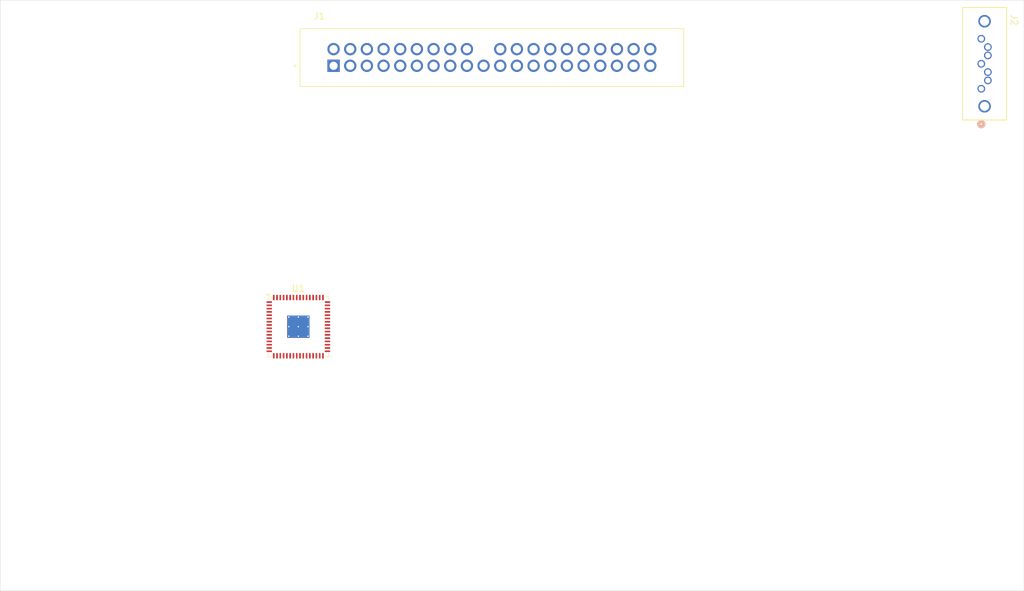
<source format=kicad_pcb>
(kicad_pcb (version 20240108) (generator "pcbnew") (generator_version "8.0")
  (layers (0 "F.Cu" signal) (1 "In1.Cu" signal) (2 "In2.Cu" signal) (31 "B.Cu" signal) (34 "B.Paste" user) (35 "F.Paste" user) (36 "B.SilkS" user "B.Silkscreen") (37 "F.SilkS" user "F.Silkscreen") (38 "B.Mask" user) (39 "F.Mask" user) (44 "Edge.Cuts" user))
  (net 0 "")
  (footprint "xbox2sata:WURTH-ELEKTRONIK_61203921621" (layer "F.Cu") (at 163.43 72.23)
    (property "Reference" "J1" (at -26.305 -6.31 0) (layer "F.SilkS"))
    (property "Value" "61203921621")
    (fp_line (start -29.23 -4.425) (end 29.23 -4.425) (stroke (width 0.127)) (layer "F.SilkS"))
    (fp_line (start -29.23 4.425) (end -29.23 -4.425) (stroke (width 0.127)) (layer "F.SilkS"))
    (fp_line (start 29.23 -4.425) (end 29.23 4.425) (stroke (width 0.127)) (layer "F.SilkS"))
    (fp_line (start 29.23 4.425) (end -29.23 4.425) (stroke (width 0.127)) (layer "F.SilkS"))
    (fp_circle (center -29.98 1.27) (end -29.88 1.27) (stroke (width 0.2)) (fill none) (layer "F.SilkS"))
    (pad "1" thru_hole rect (at -24.13 1.27) (size 1.875 1.875) (drill 1.25) (layers "*.Cu" "*.Mask"))
    (pad "2" thru_hole circle (at -24.13 -1.27) (size 1.875 1.875) (drill 1.25) (layers "*.Cu" "*.Mask"))
    (pad "3" thru_hole circle (at -21.59 1.27) (size 1.875 1.875) (drill 1.25) (layers "*.Cu" "*.Mask"))
    (pad "4" thru_hole circle (at -21.59 -1.27) (size 1.875 1.875) (drill 1.25) (layers "*.Cu" "*.Mask"))
    (pad "5" thru_hole circle (at -19.05 1.27) (size 1.875 1.875) (drill 1.25) (layers "*.Cu" "*.Mask"))
    (pad "6" thru_hole circle (at -19.05 -1.27) (size 1.875 1.875) (drill 1.25) (layers "*.Cu" "*.Mask"))
    (pad "7" thru_hole circle (at -16.51 1.27) (size 1.875 1.875) (drill 1.25) (layers "*.Cu" "*.Mask"))
    (pad "8" thru_hole circle (at -16.51 -1.27) (size 1.875 1.875) (drill 1.25) (layers "*.Cu" "*.Mask"))
    (pad "9" thru_hole circle (at -13.97 1.27) (size 1.875 1.875) (drill 1.25) (layers "*.Cu" "*.Mask"))
    (pad "10" thru_hole circle (at -13.97 -1.27) (size 1.875 1.875) (drill 1.25) (layers "*.Cu" "*.Mask"))
    (pad "11" thru_hole circle (at -11.43 1.27) (size 1.875 1.875) (drill 1.25) (layers "*.Cu" "*.Mask"))
    (pad "12" thru_hole circle (at -11.43 -1.27) (size 1.875 1.875) (drill 1.25) (layers "*.Cu" "*.Mask"))
    (pad "13" thru_hole circle (at -8.89 1.27) (size 1.875 1.875) (drill 1.25) (layers "*.Cu" "*.Mask"))
    (pad "14" thru_hole circle (at -8.89 -1.27) (size 1.875 1.875) (drill 1.25) (layers "*.Cu" "*.Mask"))
    (pad "15" thru_hole circle (at -6.35 1.27) (size 1.875 1.875) (drill 1.25) (layers "*.Cu" "*.Mask"))
    (pad "16" thru_hole circle (at -6.35 -1.27) (size 1.875 1.875) (drill 1.25) (layers "*.Cu" "*.Mask"))
    (pad "17" thru_hole circle (at -3.81 1.27) (size 1.875 1.875) (drill 1.25) (layers "*.Cu" "*.Mask"))
    (pad "18" thru_hole circle (at -3.81 -1.27) (size 1.875 1.875) (drill 1.25) (layers "*.Cu" "*.Mask"))
    (pad "19" thru_hole circle (at -1.27 1.27) (size 1.875 1.875) (drill 1.25) (layers "*.Cu" "*.Mask"))
    (pad "21" thru_hole circle (at 1.27 1.27) (size 1.875 1.875) (drill 1.25) (layers "*.Cu" "*.Mask"))
    (pad "22" thru_hole circle (at 1.27 -1.27) (size 1.875 1.875) (drill 1.25) (layers "*.Cu" "*.Mask"))
    (pad "23" thru_hole circle (at 3.81 1.27) (size 1.875 1.875) (drill 1.25) (layers "*.Cu" "*.Mask"))
    (pad "24" thru_hole circle (at 3.81 -1.27) (size 1.875 1.875) (drill 1.25) (layers "*.Cu" "*.Mask"))
    (pad "25" thru_hole circle (at 6.35 1.27) (size 1.875 1.875) (drill 1.25) (layers "*.Cu" "*.Mask"))
    (pad "26" thru_hole circle (at 6.35 -1.27) (size 1.875 1.875) (drill 1.25) (layers "*.Cu" "*.Mask"))
    (pad "27" thru_hole circle (at 8.89 1.27) (size 1.875 1.875) (drill 1.25) (layers "*.Cu" "*.Mask"))
    (pad "28" thru_hole circle (at 8.89 -1.27) (size 1.875 1.875) (drill 1.25) (layers "*.Cu" "*.Mask"))
    (pad "29" thru_hole circle (at 11.43 1.27) (size 1.875 1.875) (drill 1.25) (layers "*.Cu" "*.Mask"))
    (pad "30" thru_hole circle (at 11.43 -1.27) (size 1.875 1.875) (drill 1.25) (layers "*.Cu" "*.Mask"))
    (pad "31" thru_hole circle (at 13.97 1.27) (size 1.875 1.875) (drill 1.25) (layers "*.Cu" "*.Mask"))
    (pad "32" thru_hole circle (at 13.97 -1.27) (size 1.875 1.875) (drill 1.25) (layers "*.Cu" "*.Mask"))
    (pad "33" thru_hole circle (at 16.51 1.27) (size 1.875 1.875) (drill 1.25) (layers "*.Cu" "*.Mask"))
    (pad "34" thru_hole circle (at 16.51 -1.27) (size 1.875 1.875) (drill 1.25) (layers "*.Cu" "*.Mask"))
    (pad "35" thru_hole circle (at 19.05 1.27) (size 1.875 1.875) (drill 1.25) (layers "*.Cu" "*.Mask"))
    (pad "36" thru_hole circle (at 19.05 -1.27) (size 1.875 1.875) (drill 1.25) (layers "*.Cu" "*.Mask"))
    (pad "37" thru_hole circle (at 21.59 1.27) (size 1.875 1.875) (drill 1.25) (layers "*.Cu" "*.Mask"))
    (pad "38" thru_hole circle (at 21.59 -1.27) (size 1.875 1.875) (drill 1.25) (layers "*.Cu" "*.Mask"))
    (pad "39" thru_hole circle (at 24.13 1.27) (size 1.875 1.875) (drill 1.25) (layers "*.Cu" "*.Mask"))
    (pad "40" thru_hole circle (at 24.13 -1.27) (size 1.875 1.875) (drill 1.25) (layers "*.Cu" "*.Mask"))
  )
  (footprint "xbox2sata:CONN_67800-8025_MOL" (layer "F.Cu") (at 238 77 -90)
    (property "Reference" "J2" (at -10.5 -5 -90) (layer "F.SilkS"))
    (property "Value" "67800-8025")
    (fp_circle (center 5.3975 0) (end 5.7785 0) (stroke (width 0.508)) (fill none) (layer "B.SilkS"))
    (fp_line (start -12.3825 2.853601) (end 4.7625 2.853601) (stroke (width 0.1524)) (layer "F.SilkS"))
    (fp_line (start 4.7625 2.853601) (end 4.7625 -3.851999) (stroke (width 0.1524)) (layer "F.SilkS"))
    (fp_line (start -12.3825 -3.851999) (end -12.3825 2.853601) (stroke (width 0.1524)) (layer "F.SilkS"))
    (fp_line (start 4.7625 -3.851999) (end -12.3825 -3.851999) (stroke (width 0.1524)) (layer "F.SilkS"))
    (fp_circle (center 5.3975 0) (end 5.7785 0) (stroke (width 0.508)) (fill none) (layer "F.SilkS"))
    (pad "1" thru_hole circle (at 0 0 270) (size 1.1684 1.1684) (drill 0.7874) (layers "*.Cu" "*.Mask"))
    (pad "2" thru_hole circle (at -1.27 -1 270) (size 1.1684 1.1684) (drill 0.7874) (layers "*.Cu" "*.Mask"))
    (pad "3" thru_hole circle (at -2.54 -1 270) (size 1.1684 1.1684) (drill 0.7874) (layers "*.Cu" "*.Mask"))
    (pad "4" thru_hole circle (at -3.81 0 270) (size 1.1684 1.1684) (drill 0.7874) (layers "*.Cu" "*.Mask"))
    (pad "5" thru_hole circle (at -5.08 -1 270) (size 1.1684 1.1684) (drill 0.7874) (layers "*.Cu" "*.Mask"))
    (pad "6" thru_hole circle (at -6.35 -1 270) (size 1.1684 1.1684) (drill 0.7874) (layers "*.Cu" "*.Mask"))
    (pad "7" thru_hole circle (at -7.62 0 270) (size 1.1684 1.1684) (drill 0.7874) (layers "*.Cu" "*.Mask"))
    (pad "8" thru_hole circle (at -10.29 -0.499999 270) (size 1.905 1.905) (drill 1.397) (layers "*.Cu" "*.Mask"))
    (pad "9" thru_hole circle (at 2.67 -0.499999 270) (size 1.905 1.905) (drill 1.397) (layers "*.Cu" "*.Mask"))
  )
  (footprint "Package_DFN_QFN:QFN-64-1EP_9x9mm_P0.5mm_EP3.4x3.4mm_ThermalVias" (layer "F.Cu") (at 133.9375 113.25)
    (property "Reference" "U1" (at 0 -5.8 0) (layer "F.SilkS"))
    (property "Value" "88SA8052 ")
    (fp_line (start -4.61 -4.135) (end -4.61 -4.37) (stroke (width 0.12)) (layer "F.SilkS"))
    (fp_line (start -4.61 4.61) (end -4.61 4.135) (stroke (width 0.12)) (layer "F.SilkS"))
    (fp_line (start -4.135 -4.61) (end -4.31 -4.61) (stroke (width 0.12)) (layer "F.SilkS"))
    (fp_line (start -4.135 4.61) (end -4.61 4.61) (stroke (width 0.12)) (layer "F.SilkS"))
    (fp_line (start 4.135 -4.61) (end 4.61 -4.61) (stroke (width 0.12)) (layer "F.SilkS"))
    (fp_line (start 4.135 4.61) (end 4.61 4.61) (stroke (width 0.12)) (layer "F.SilkS"))
    (fp_line (start 4.61 -4.61) (end 4.61 -4.135) (stroke (width 0.12)) (layer "F.SilkS"))
    (fp_line (start 4.61 4.61) (end 4.61 4.135) (stroke (width 0.12)) (layer "F.SilkS"))
    (fp_poly (pts (xy -4.61 -4.61) (xy -4.85 -4.94) (xy -4.37 -4.94) (xy -4.61 -4.61)) (stroke (width 0.12)) (fill solid) (layer "F.SilkS"))
    (pad "1" smd roundrect (at -4.4375 -3.75) (size 0.825 0.25) (layers "F.Cu" "F.Paste" "F.Mask"))
    (pad "2" smd roundrect (at -4.4375 -3.25) (size 0.825 0.25) (layers "F.Cu" "F.Paste" "F.Mask"))
    (pad "3" smd roundrect (at -4.4375 -2.75) (size 0.825 0.25) (layers "F.Cu" "F.Paste" "F.Mask"))
    (pad "4" smd roundrect (at -4.4375 -2.25) (size 0.825 0.25) (layers "F.Cu" "F.Paste" "F.Mask"))
    (pad "5" smd roundrect (at -4.4375 -1.75) (size 0.825 0.25) (layers "F.Cu" "F.Paste" "F.Mask"))
    (pad "6" smd roundrect (at -4.4375 -1.25) (size 0.825 0.25) (layers "F.Cu" "F.Paste" "F.Mask"))
    (pad "7" smd roundrect (at -4.4375 -0.75) (size 0.825 0.25) (layers "F.Cu" "F.Paste" "F.Mask"))
    (pad "8" smd roundrect (at -4.4375 -0.25) (size 0.825 0.25) (layers "F.Cu" "F.Paste" "F.Mask"))
    (pad "9" smd roundrect (at -4.4375 0.25) (size 0.825 0.25) (layers "F.Cu" "F.Paste" "F.Mask"))
    (pad "10" smd roundrect (at -4.4375 0.75) (size 0.825 0.25) (layers "F.Cu" "F.Paste" "F.Mask"))
    (pad "11" smd roundrect (at -4.4375 1.25) (size 0.825 0.25) (layers "F.Cu" "F.Paste" "F.Mask"))
    (pad "12" smd roundrect (at -4.4375 1.75) (size 0.825 0.25) (layers "F.Cu" "F.Paste" "F.Mask"))
    (pad "13" smd roundrect (at -4.4375 2.25) (size 0.825 0.25) (layers "F.Cu" "F.Paste" "F.Mask"))
    (pad "14" smd roundrect (at -4.4375 2.75) (size 0.825 0.25) (layers "F.Cu" "F.Paste" "F.Mask"))
    (pad "15" smd roundrect (at -4.4375 3.25) (size 0.825 0.25) (layers "F.Cu" "F.Paste" "F.Mask"))
    (pad "16" smd roundrect (at -4.4375 3.75) (size 0.825 0.25) (layers "F.Cu" "F.Paste" "F.Mask"))
    (pad "17" smd roundrect (at -3.75 4.4375) (size 0.25 0.825) (layers "F.Cu" "F.Paste" "F.Mask"))
    (pad "18" smd roundrect (at -3.25 4.4375) (size 0.25 0.825) (layers "F.Cu" "F.Paste" "F.Mask"))
    (pad "19" smd roundrect (at -2.75 4.4375) (size 0.25 0.825) (layers "F.Cu" "F.Paste" "F.Mask"))
    (pad "20" smd roundrect (at -2.25 4.4375) (size 0.25 0.825) (layers "F.Cu" "F.Paste" "F.Mask"))
    (pad "21" smd roundrect (at -1.75 4.4375) (size 0.25 0.825) (layers "F.Cu" "F.Paste" "F.Mask"))
    (pad "22" smd roundrect (at -1.25 4.4375) (size 0.25 0.825) (layers "F.Cu" "F.Paste" "F.Mask"))
    (pad "23" smd roundrect (at -0.75 4.4375) (size 0.25 0.825) (layers "F.Cu" "F.Paste" "F.Mask"))
    (pad "24" smd roundrect (at -0.25 4.4375) (size 0.25 0.825) (layers "F.Cu" "F.Paste" "F.Mask"))
    (pad "25" smd roundrect (at 0.25 4.4375) (size 0.25 0.825) (layers "F.Cu" "F.Paste" "F.Mask"))
    (pad "26" smd roundrect (at 0.75 4.4375) (size 0.25 0.825) (layers "F.Cu" "F.Paste" "F.Mask"))
    (pad "27" smd roundrect (at 1.25 4.4375) (size 0.25 0.825) (layers "F.Cu" "F.Paste" "F.Mask"))
    (pad "28" smd roundrect (at 1.75 4.4375) (size 0.25 0.825) (layers "F.Cu" "F.Paste" "F.Mask"))
    (pad "29" smd roundrect (at 2.25 4.4375) (size 0.25 0.825) (layers "F.Cu" "F.Paste" "F.Mask"))
    (pad "30" smd roundrect (at 2.75 4.4375) (size 0.25 0.825) (layers "F.Cu" "F.Paste" "F.Mask"))
    (pad "31" smd roundrect (at 3.25 4.4375) (size 0.25 0.825) (layers "F.Cu" "F.Paste" "F.Mask"))
    (pad "32" smd roundrect (at 3.75 4.4375) (size 0.25 0.825) (layers "F.Cu" "F.Paste" "F.Mask"))
    (pad "33" smd roundrect (at 4.4375 3.75) (size 0.825 0.25) (layers "F.Cu" "F.Paste" "F.Mask"))
    (pad "34" smd roundrect (at 4.4375 3.25) (size 0.825 0.25) (layers "F.Cu" "F.Paste" "F.Mask"))
    (pad "35" smd roundrect (at 4.4375 2.75) (size 0.825 0.25) (layers "F.Cu" "F.Paste" "F.Mask"))
    (pad "36" smd roundrect (at 4.4375 2.25) (size 0.825 0.25) (layers "F.Cu" "F.Paste" "F.Mask"))
    (pad "37" smd roundrect (at 4.4375 1.75) (size 0.825 0.25) (layers "F.Cu" "F.Paste" "F.Mask"))
    (pad "38" smd roundrect (at 4.4375 1.25) (size 0.825 0.25) (layers "F.Cu" "F.Paste" "F.Mask"))
    (pad "39" smd roundrect (at 4.4375 0.75) (size 0.825 0.25) (layers "F.Cu" "F.Paste" "F.Mask"))
    (pad "40" smd roundrect (at 4.4375 0.25) (size 0.825 0.25) (layers "F.Cu" "F.Paste" "F.Mask"))
    (pad "41" smd roundrect (at 4.4375 -0.25) (size 0.825 0.25) (layers "F.Cu" "F.Paste" "F.Mask"))
    (pad "42" smd roundrect (at 4.4375 -0.75) (size 0.825 0.25) (layers "F.Cu" "F.Paste" "F.Mask"))
    (pad "43" smd roundrect (at 4.4375 -1.25) (size 0.825 0.25) (layers "F.Cu" "F.Paste" "F.Mask"))
    (pad "44" smd roundrect (at 4.4375 -1.75) (size 0.825 0.25) (layers "F.Cu" "F.Paste" "F.Mask"))
    (pad "45" smd roundrect (at 4.4375 -2.25) (size 0.825 0.25) (layers "F.Cu" "F.Paste" "F.Mask"))
    (pad "46" smd roundrect (at 4.4375 -2.75) (size 0.825 0.25) (layers "F.Cu" "F.Paste" "F.Mask"))
    (pad "47" smd roundrect (at 4.4375 -3.25) (size 0.825 0.25) (layers "F.Cu" "F.Paste" "F.Mask"))
    (pad "48" smd roundrect (at 4.4375 -3.75) (size 0.825 0.25) (layers "F.Cu" "F.Paste" "F.Mask"))
    (pad "49" smd roundrect (at 3.75 -4.4375) (size 0.25 0.825) (layers "F.Cu" "F.Paste" "F.Mask"))
    (pad "50" smd roundrect (at 3.25 -4.4375) (size 0.25 0.825) (layers "F.Cu" "F.Paste" "F.Mask"))
    (pad "51" smd roundrect (at 2.75 -4.4375) (size 0.25 0.825) (layers "F.Cu" "F.Paste" "F.Mask"))
    (pad "52" smd roundrect (at 2.25 -4.4375) (size 0.25 0.825) (layers "F.Cu" "F.Paste" "F.Mask"))
    (pad "53" smd roundrect (at 1.75 -4.4375) (size 0.25 0.825) (layers "F.Cu" "F.Paste" "F.Mask"))
    (pad "54" smd roundrect (at 1.25 -4.4375) (size 0.25 0.825) (layers "F.Cu" "F.Paste" "F.Mask"))
    (pad "55" smd roundrect (at 0.75 -4.4375) (size 0.25 0.825) (layers "F.Cu" "F.Paste" "F.Mask"))
    (pad "56" smd roundrect (at 0.25 -4.4375) (size 0.25 0.825) (layers "F.Cu" "F.Paste" "F.Mask"))
    (pad "57" smd roundrect (at -0.25 -4.4375) (size 0.25 0.825) (layers "F.Cu" "F.Paste" "F.Mask"))
    (pad "58" smd roundrect (at -0.75 -4.4375) (size 0.25 0.825) (layers "F.Cu" "F.Paste" "F.Mask"))
    (pad "59" smd roundrect (at -1.25 -4.4375) (size 0.25 0.825) (layers "F.Cu" "F.Paste" "F.Mask"))
    (pad "60" smd roundrect (at -1.75 -4.4375) (size 0.25 0.825) (layers "F.Cu" "F.Paste" "F.Mask"))
    (pad "61" smd roundrect (at -2.25 -4.4375) (size 0.25 0.825) (layers "F.Cu" "F.Paste" "F.Mask"))
    (pad "62" smd roundrect (at -2.75 -4.4375) (size 0.25 0.825) (layers "F.Cu" "F.Paste" "F.Mask"))
    (pad "63" smd roundrect (at -3.25 -4.4375) (size 0.25 0.825) (layers "F.Cu" "F.Paste" "F.Mask"))
    (pad "64" smd roundrect (at -3.75 -4.4375) (size 0.25 0.825) (layers "F.Cu" "F.Paste" "F.Mask"))
    (pad "65" thru_hole circle (at -1.45 -1.45) (size 0.5 0.5) (drill 0.2) (property pad_prop_heatsink) (layers "*.Cu"))
    (pad "65" thru_hole circle (at -1.45 0) (size 0.5 0.5) (drill 0.2) (property pad_prop_heatsink) (layers "*.Cu"))
    (pad "65" thru_hole circle (at -1.45 1.45) (size 0.5 0.5) (drill 0.2) (property pad_prop_heatsink) (layers "*.Cu"))
    (pad "65" thru_hole circle (at 0 -1.45) (size 0.5 0.5) (drill 0.2) (property pad_prop_heatsink) (layers "*.Cu"))
    (pad "65" thru_hole circle (at 0 0) (size 0.5 0.5) (drill 0.2) (property pad_prop_heatsink) (layers "*.Cu"))
    (pad "65" smd rect (at 0 0) (size 3.4 3.4) (property pad_prop_heatsink) (layers "F.Cu" "F.Mask"))
    (pad "65" smd rect (at 0 0) (size 3.4 3.4) (property pad_prop_heatsink) (layers "B.Cu"))
    (pad "65" thru_hole circle (at 0 1.45) (size 0.5 0.5) (drill 0.2) (property pad_prop_heatsink) (layers "*.Cu"))
    (pad "65" thru_hole circle (at 1.45 -1.45) (size 0.5 0.5) (drill 0.2) (property pad_prop_heatsink) (layers "*.Cu"))
    (pad "65" thru_hole circle (at 1.45 0) (size 0.5 0.5) (drill 0.2) (property pad_prop_heatsink) (layers "*.Cu"))
    (pad "65" thru_hole circle (at 1.45 1.45) (size 0.5 0.5) (drill 0.2) (property pad_prop_heatsink) (layers "*.Cu"))
  )
  (gr_rect (start 88.5 63.5) (end 244.5 153.5) (stroke (width 0.05)) (fill none) (layer "Edge.Cuts"))
)
</source>
